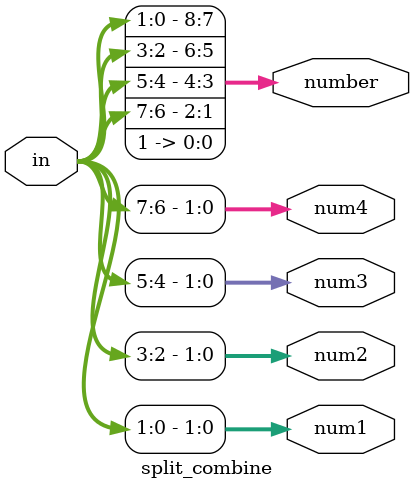
<source format=v>
`timescale 1ns / 1ps
module split_combine(in, num1, num2, num3, num4, number);
input [7:0] in;
output [1:0] num1, num2, num3, num4;
output [8:0] number;
assign num1 = in[1:0];
assign num2 = in[3:2];
assign num3 = in[5:4];
assign num4 = in[7:6];
assign number = {num1, num2, num3, num4, 1'b1};
endmodule

</source>
